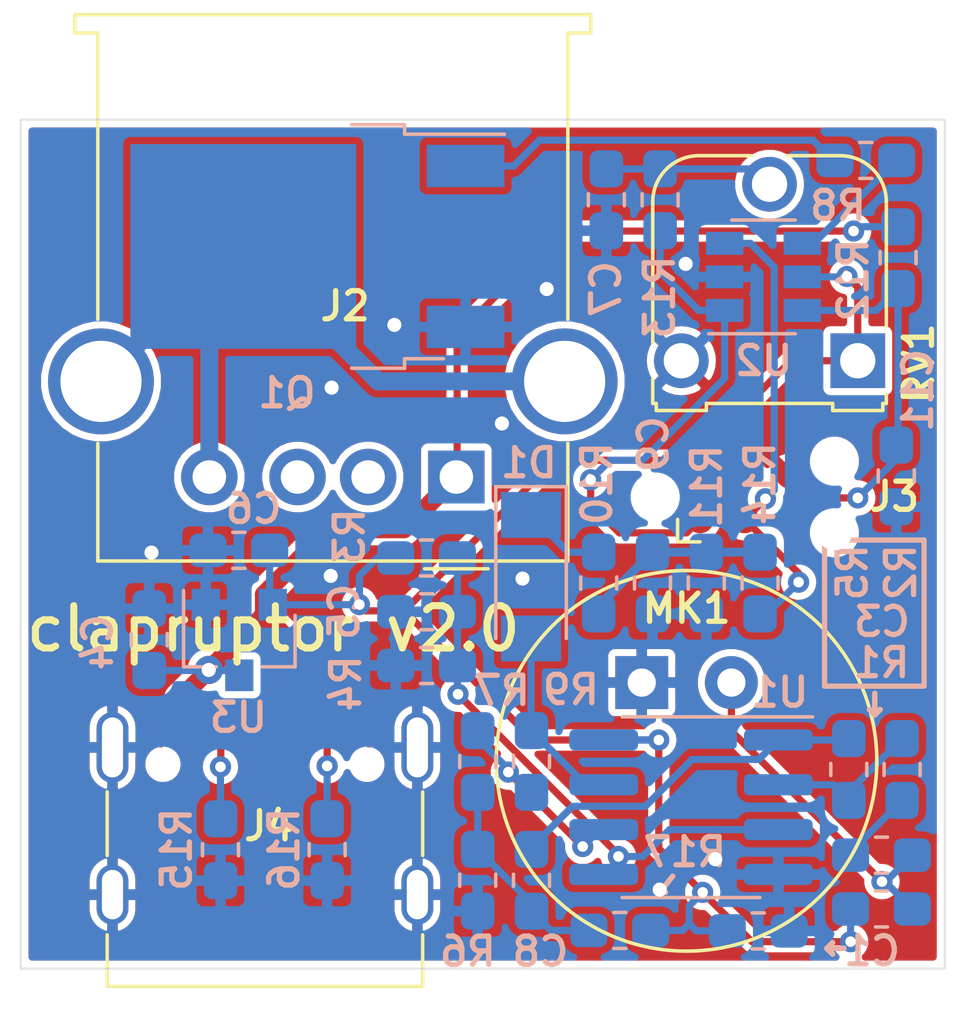
<source format=kicad_pcb>
(kicad_pcb (version 20171130) (host pcbnew "(5.1.8-0-10_14)")
  (layers (0 F.Cu signal) (31 B.Cu signal) (34 B.Paste user) (35 F.Paste user) (36 B.SilkS user) (37 F.SilkS user) (38 B.Mask user) (39 F.Mask user) (44 Edge.Cuts user))
  (net 0 "")
  (net 1 GND)
  (net 2 "Net-(C3-Pad2)")
  (net 3 "Net-(C3-Pad1)")
  (net 4 VCC)
  (net 5 Vref)
  (net 6 "Net-(C8-Pad2)")
  (net 7 "Net-(C8-Pad1)")
  (net 8 sig)
  (net 9 "Net-(D1-Pad2)")
  (net 10 "Net-(D1-Pad1)")
  (net 11 Vswitch)
  (net 12 "Net-(Q1-Pad1)")
  (net 13 "Net-(R2-Pad1)")
  (net 14 "Net-(R7-Pad1)")
  (net 15 ctrl)
  (net 16 nReset)
  (net 17 tpiclk)
  (net 18 tpidata)
  (net 19 "Net-(J2-Pad3)")
  (net 20 "Net-(J2-Pad2)")
  (net 21 "Net-(J3-Pad4)")
  (net 22 "Net-(J4-PadB5)")
  (net 23 "Net-(J4-PadB6)")
  (net 24 "Net-(J4-PadA8)")
  (net 25 "Net-(J4-PadA5)")
  (net 26 "Net-(J4-PadB8)")
  (net 27 "Net-(J4-PadA7)")
  (net 28 "Net-(J4-PadA6)")
  (net 29 "Net-(J4-PadB7)")
  (net 30 vCPU)
  (net 31 1.1v)
  (module Potentiometer_THT:Potentiometer_Runtron_RM-065_Vertical (layer F.Cu) (at 167.5638 80.01 180)
    (fp_text reference RV1 (at -1.7272 -0.0762 270) (layer F.SilkS) (effects (font (size 0.8 0.8))))
    (fp_text value 20k)
    (fp_line (start 5.81 -1.21) (end 5.81 -0.52) (layer F.SilkS) (width 0.1))
    (fp_line (start 5.71 -1.21) (end 5.81 -1.21) (layer F.SilkS) (width 0.1))
    (fp_line (start -0.81 -1.21) (end -0.81 -0.96) (layer F.SilkS) (width 0.1))
    (fp_line (start -0.71 -1.21) (end -0.81 -1.21) (layer F.SilkS) (width 0.1))
    (fp_line (start -0.71 -1.41) (end -0.71 -1.21) (layer F.SilkS) (width 0.1))
    (fp_line (start 0.71 -1.21) (end 0.71 -1.41) (layer F.SilkS) (width 0.1))
    (fp_line (start 4.5 5.81) (end 3.01 5.81) (layer F.SilkS) (width 0.1))
    (fp_line (start 5.81 0.52) (end 5.81 4.5) (layer F.SilkS) (width 0.1))
    (fp_line (start -0.81 4.5) (end -0.81 0.96) (layer F.SilkS) (width 0.1))
    (fp_line (start 1.99 5.81) (end 0.5 5.81) (layer F.SilkS) (width 0.1))
    (fp_line (start 5.71 -1.41) (end 5.71 -1.21) (layer F.SilkS) (width 0.1))
    (fp_line (start 4.29 -1.41) (end 5.71 -1.41) (layer F.SilkS) (width 0.1))
    (fp_line (start 4.29 -1.21) (end 4.29 -1.41) (layer F.SilkS) (width 0.1))
    (fp_line (start 0.71 -1.21) (end 4.29 -1.21) (layer F.SilkS) (width 0.1))
    (fp_line (start -0.71 -1.41) (end 0.71 -1.41) (layer F.SilkS) (width 0.1))
    (fp_arc (start 0.5 4.5) (end -0.81 4.5) (angle -90) (layer F.SilkS) (width 0.1))
    (fp_arc (start 4.5 4.5) (end 4.5 5.81) (angle -90) (layer F.SilkS) (width 0.1))
    (pad 2 thru_hole circle (at 2.5 5 180) (size 1.55 1.55) (drill 1) (layers *.Cu *.Mask) (net 5 Vref))
    (pad 1 thru_hole rect (at 0 0 180) (size 1.55 1.55) (drill 1) (layers *.Cu *.Mask) (net 30 vCPU))
    (pad 3 thru_hole circle (at 5 0 180) (size 1.55 1.55) (drill 1) (layers *.Cu *.Mask) (net 1 GND))
  )
  (module Resistor_SMD:R_0603_1608Metric_Pad1.05x0.95mm_HandSolder (layer B.Cu) (at 167.7924 74.3344)
    (fp_text reference R8 (at -0.7874 1.2814 180) (layer B.SilkS) (effects (font (size 0.8 0.8)) (justify mirror)))
    (fp_text value 330)
    (fp_line (start -0.171267 0.51) (end 0.171267 0.51) (layer B.SilkS) (width 0.1))
    (fp_line (start -0.171267 -0.51) (end 0.171267 -0.51) (layer B.SilkS) (width 0.1))
    (pad 2 smd roundrect (at 0.875 0) (size 1.05 0.95) (layers B.Cu B.Paste B.Mask) (net 15 ctrl))
    (pad 1 smd roundrect (at -0.875 0) (size 1.05 0.95) (layers B.Cu B.Paste B.Mask) (net 12 "Net-(Q1-Pad1)"))
  )
  (module Capacitor_SMD:C_0603_1608Metric_Pad1.05x0.95mm_HandSolder (layer B.Cu) (at 164.7431 96.1644)
    (fp_text reference C1 (at 3.2271 0.5715 180) (layer B.SilkS) (effects (font (size 0.8 0.8)) (justify mirror)))
    (fp_text value 100nF)
    (fp_line (start -0.171267 0.51) (end 0.171267 0.51) (layer B.SilkS) (width 0.1))
    (fp_line (start -0.171267 -0.51) (end 0.171267 -0.51) (layer B.SilkS) (width 0.1))
    (pad 2 smd roundrect (at 0.875 0) (size 1.05 0.95) (layers B.Cu B.Paste B.Mask) (net 1 GND))
    (pad 1 smd roundrect (at -0.875 0) (size 1.05 0.95) (layers B.Cu B.Paste B.Mask) (net 30 vCPU))
  )
  (module Resistor_SMD:R_0603_1608Metric_Pad1.05x0.95mm_HandSolder (layer B.Cu) (at 158.3182 91.3625 270)
    (fp_text reference R9 (at -2.0307 -1.1176 180) (layer B.SilkS) (effects (font (size 0.8 0.8)) (justify mirror)))
    (fp_text value 20k)
    (fp_line (start -0.171267 0.51) (end 0.171267 0.51) (layer B.SilkS) (width 0.1))
    (fp_line (start -0.171267 -0.51) (end 0.171267 -0.51) (layer B.SilkS) (width 0.1))
    (pad 2 smd roundrect (at 0.875 0 270) (size 1.05 0.95) (layers B.Cu B.Paste B.Mask) (net 14 "Net-(R7-Pad1)"))
    (pad 1 smd roundrect (at -0.875 0 270) (size 1.05 0.95) (layers B.Cu B.Paste B.Mask) (net 9 "Net-(D1-Pad2)"))
  )
  (module Package_DIP:electret_microphone_10mm (layer F.Cu) (at 162.7124 89.1286 270)
    (fp_text reference MK1 (at -2.1 0) (layer F.SilkS) (effects (font (size 0.8 0.8))))
    (fp_text value Microphone_Condenser)
    (fp_circle (center 2.216894 0) (end -0.835073 -4.445) (layer F.SilkS) (width 0.1))
    (pad 1 thru_hole rect (at 0 1.27 270) (size 1.5 1.5) (drill 0.8) (layers *.Cu *.Mask) (net 1 GND))
    (pad 2 thru_hole oval (at 0 -1.27 270) (size 1.5 1.5) (drill 0.8) (layers *.Cu *.Mask) (net 2 "Net-(C3-Pad2)"))
  )
  (module Resistor_SMD:R_0603_1608Metric_Pad1.05x0.95mm_HandSolder (layer B.Cu) (at 163.2712 86.3079 90)
    (fp_text reference R11 (at 2.7419 0.0127 270) (layer B.SilkS) (effects (font (size 0.8 0.8)) (justify mirror)))
    (fp_text value 1M)
    (fp_line (start -0.171267 0.51) (end 0.171267 0.51) (layer B.SilkS) (width 0.1))
    (fp_line (start -0.171267 -0.51) (end 0.171267 -0.51) (layer B.SilkS) (width 0.1))
    (pad 2 smd roundrect (at 0.875 0 90) (size 1.05 0.95) (layers B.Cu B.Paste B.Mask) (net 8 sig))
    (pad 1 smd roundrect (at -0.875 0 90) (size 1.05 0.95) (layers B.Cu B.Paste B.Mask) (net 1 GND))
  )
  (module Capacitor_SMD:C_0603_1608Metric_Pad1.05x0.95mm_HandSolder (layer B.Cu) (at 161.7472 86.3079 90)
    (fp_text reference C9 (at 3.9357 0.0254 90) (layer B.SilkS) (effects (font (size 0.8 0.8)) (justify mirror)))
    (fp_text value 47nF)
    (fp_line (start -0.171267 0.51) (end 0.171267 0.51) (layer B.SilkS) (width 0.1))
    (fp_line (start -0.171267 -0.51) (end 0.171267 -0.51) (layer B.SilkS) (width 0.1))
    (pad 2 smd roundrect (at 0.875 0 90) (size 1.05 0.95) (layers B.Cu B.Paste B.Mask) (net 8 sig))
    (pad 1 smd roundrect (at -0.875 0 90) (size 1.05 0.95) (layers B.Cu B.Paste B.Mask) (net 1 GND))
  )
  (module Resistor_SMD:R_0603_1608Metric_Pad1.05x0.95mm_HandSolder (layer B.Cu) (at 164.7952 86.3079 90)
    (fp_text reference R14 (at 2.8181 0 90) (layer B.SilkS) (effects (font (size 0.8 0.8)) (justify mirror)))
    (fp_text value 1k)
    (fp_line (start -0.171267 0.51) (end 0.171267 0.51) (layer B.SilkS) (width 0.1))
    (fp_line (start -0.171267 -0.51) (end 0.171267 -0.51) (layer B.SilkS) (width 0.1))
    (pad 2 smd roundrect (at 0.875 0 90) (size 1.05 0.95) (layers B.Cu B.Paste B.Mask) (net 8 sig))
    (pad 1 smd roundrect (at -0.875 0 90) (size 1.05 0.95) (layers B.Cu B.Paste B.Mask) (net 17 tpiclk))
  )
  (module Resistor_SMD:R_0603_1608Metric_Pad1.05x0.95mm_HandSolder (layer B.Cu) (at 160.8201 96.1517)
    (fp_text reference R17 (at 1.8415 -2.2225 180) (layer B.SilkS) (effects (font (size 0.8 0.8)) (justify mirror)))
    (fp_text value 1k)
    (fp_line (start -0.171267 0.51) (end 0.171267 0.51) (layer B.SilkS) (width 0.1))
    (fp_line (start -0.171267 -0.51) (end 0.171267 -0.51) (layer B.SilkS) (width 0.1))
    (pad 2 smd roundrect (at 0.875 0) (size 1.05 0.95) (layers B.Cu B.Paste B.Mask) (net 30 vCPU))
    (pad 1 smd roundrect (at -0.875 0) (size 1.05 0.95) (layers B.Cu B.Paste B.Mask) (net 7 "Net-(C8-Pad1)"))
  )
  (module Capacitor_SMD:C_0603_1608Metric_Pad1.05x0.95mm_HandSolder (layer B.Cu) (at 168.656 83.2752 270)
    (fp_text reference C11 (at -2.427 -0.6096 270) (layer B.SilkS) (effects (font (size 0.8 0.8)) (justify mirror)))
    (fp_text value 1uF)
    (fp_line (start -0.171267 0.51) (end 0.171267 0.51) (layer B.SilkS) (width 0.1))
    (fp_line (start -0.171267 -0.51) (end 0.171267 -0.51) (layer B.SilkS) (width 0.1))
    (pad 2 smd roundrect (at 0.875 0 270) (size 1.05 0.95) (layers B.Cu B.Paste B.Mask) (net 1 GND))
    (pad 1 smd roundrect (at -0.875 0 270) (size 1.05 0.95) (layers B.Cu B.Paste B.Mask) (net 16 nReset))
  )
  (module Diode_SMD:D_MiniMELF (layer B.Cu) (at 158.3055 86.1288 270)
    (fp_text reference D1 (at -3.2232 0.0635) (layer B.SilkS) (effects (font (size 0.8 0.8)) (justify mirror)))
    (fp_text value LL4148)
    (fp_line (start 1.75 1) (end -2.55 1) (layer B.SilkS) (width 0.1))
    (fp_line (start -2.55 1) (end -2.55 -1) (layer B.SilkS) (width 0.1))
    (fp_line (start -2.55 -1) (end 1.75 -1) (layer B.SilkS) (width 0.1))
    (pad 2 smd rect (at 1.75 0 270) (size 1.3 1.7) (layers B.Cu B.Paste B.Mask) (net 9 "Net-(D1-Pad2)"))
    (pad 1 smd rect (at -1.75 0 270) (size 1.3 1.7) (layers B.Cu B.Paste B.Mask) (net 10 "Net-(D1-Pad1)"))
  )
  (module Resistor_SMD:R_0603_1608Metric_Pad1.05x0.95mm_HandSolder (layer B.Cu) (at 152.527 93.8644 90)
    (fp_text reference R16 (at 0.0114 -1.2192 270) (layer B.SilkS) (effects (font (size 0.8 0.8)) (justify mirror)))
    (fp_text value 5.1k)
    (fp_line (start -0.171267 0.51) (end 0.171267 0.51) (layer B.SilkS) (width 0.1))
    (fp_line (start -0.171267 -0.51) (end 0.171267 -0.51) (layer B.SilkS) (width 0.1))
    (pad 2 smd roundrect (at 0.875 0 90) (size 1.05 0.95) (layers B.Cu B.Paste B.Mask) (net 22 "Net-(J4-PadB5)"))
    (pad 1 smd roundrect (at -0.875 0 90) (size 1.05 0.95) (layers B.Cu B.Paste B.Mask) (net 1 GND))
  )
  (module Resistor_SMD:R_0603_1608Metric_Pad1.05x0.95mm_HandSolder (layer B.Cu) (at 149.5044 93.8644 90)
    (fp_text reference R15 (at 0.0114 -1.2446 270) (layer B.SilkS) (effects (font (size 0.8 0.8)) (justify mirror)))
    (fp_text value 5.1k)
    (fp_line (start -0.171267 0.51) (end 0.171267 0.51) (layer B.SilkS) (width 0.1))
    (fp_line (start -0.171267 -0.51) (end 0.171267 -0.51) (layer B.SilkS) (width 0.1))
    (pad 2 smd roundrect (at 0.875 0 90) (size 1.05 0.95) (layers B.Cu B.Paste B.Mask) (net 25 "Net-(J4-PadA5)"))
    (pad 1 smd roundrect (at -0.875 0 90) (size 1.05 0.95) (layers B.Cu B.Paste B.Mask) (net 1 GND))
  )
  (module Connector_USB:USB_C_Receptacle_Palconn_UTC16-G (layer F.Cu) (at 150.7637 92.8957)
    (fp_text reference J4 (at 0.1123 0.2969) (layer F.SilkS) (effects (font (size 0.8 0.8))))
    (fp_text value USB_C_Receptacle_USB2.0)
    (fp_line (start 4.47 4.84) (end -4.47 4.84) (layer F.SilkS) (width 0.1))
    (fp_line (start 4.47 -0.67) (end 4.47 1.13) (layer F.SilkS) (width 0.1))
    (fp_line (start 4.47 4.84) (end 4.47 3.38) (layer F.SilkS) (width 0.1))
    (fp_line (start -4.47 4.84) (end -4.47 3.38) (layer F.SilkS) (width 0.1))
    (fp_line (start -4.47 -0.67) (end -4.47 1.13) (layer F.SilkS) (width 0.1))
    (pad A12 smd rect (at 3.2 -2.51) (size 0.6 1.16) (layers F.Cu F.Paste F.Mask) (net 1 GND))
    (pad A9 smd rect (at 2.4 -2.51) (size 0.6 1.16) (layers F.Cu F.Paste F.Mask) (net 4 VCC))
    (pad B1 smd rect (at 3.2 -2.51) (size 0.6 1.16) (layers F.Cu F.Paste F.Mask) (net 1 GND))
    (pad B4 smd rect (at 2.4 -2.51) (size 0.6 1.16) (layers F.Cu F.Paste F.Mask) (net 4 VCC))
    (pad B12 smd rect (at -3.2 -2.51) (size 0.6 1.16) (layers F.Cu F.Paste F.Mask) (net 1 GND))
    (pad A1 smd rect (at -3.2 -2.51) (size 0.6 1.16) (layers F.Cu F.Paste F.Mask) (net 1 GND))
    (pad B9 smd rect (at -2.4 -2.51) (size 0.6 1.16) (layers F.Cu F.Paste F.Mask) (net 4 VCC))
    (pad A4 smd rect (at -2.4 -2.51) (size 0.6 1.16) (layers F.Cu F.Paste F.Mask) (net 4 VCC))
    (pad "" np_thru_hole circle (at -2.89 -1.45 180) (size 0.6 0.6) (drill 0.6) (layers *.Cu *.Mask))
    (pad "" np_thru_hole circle (at 2.89 -1.45 180) (size 0.6 0.6) (drill 0.6) (layers *.Cu *.Mask))
    (pad B5 smd rect (at 1.75 -2.51 180) (size 0.3 1.16) (layers F.Cu F.Paste F.Mask) (net 22 "Net-(J4-PadB5)"))
    (pad B6 smd rect (at 0.75 -2.51 180) (size 0.3 1.16) (layers F.Cu F.Paste F.Mask) (net 23 "Net-(J4-PadB6)"))
    (pad A8 smd rect (at 1.25 -2.51 180) (size 0.3 1.16) (layers F.Cu F.Paste F.Mask) (net 24 "Net-(J4-PadA8)"))
    (pad A5 smd rect (at -1.25 -2.51 180) (size 0.3 1.16) (layers F.Cu F.Paste F.Mask) (net 25 "Net-(J4-PadA5)"))
    (pad B8 smd rect (at -1.75 -2.51 180) (size 0.3 1.16) (layers F.Cu F.Paste F.Mask) (net 26 "Net-(J4-PadB8)"))
    (pad A7 smd rect (at 0.25 -2.51 180) (size 0.3 1.16) (layers F.Cu F.Paste F.Mask) (net 27 "Net-(J4-PadA7)"))
    (pad A6 smd rect (at -0.25 -2.51 180) (size 0.3 1.16) (layers F.Cu F.Paste F.Mask) (net 28 "Net-(J4-PadA6)"))
    (pad B7 smd rect (at -0.75 -2.51 180) (size 0.3 1.16) (layers F.Cu F.Paste F.Mask) (net 29 "Net-(J4-PadB7)"))
    (pad S1 thru_hole oval (at 4.32 2.24 90) (size 1.7 0.9) (drill oval 1.4 0.6) (layers *.Cu *.Mask) (net 1 GND))
    (pad S1 thru_hole oval (at -4.32 2.24 90) (size 1.7 0.9) (drill oval 1.4 0.6) (layers *.Cu *.Mask) (net 1 GND))
    (pad S1 thru_hole oval (at 4.32 -1.93 90) (size 2 0.9) (drill oval 1.7 0.6) (layers *.Cu *.Mask) (net 1 GND))
    (pad S1 thru_hole oval (at -4.32 -1.93 90) (size 2 0.9) (drill oval 1.7 0.6) (layers *.Cu *.Mask) (net 1 GND))
  )
  (module Connector:Tag-Connect_TC2030-IDC-NL_2x03_P1.27mm_Vertical (layer F.Cu) (at 164.3634 83.8708)
    (fp_text reference J3 (at 4.2418 -0.0127) (layer F.SilkS) (effects (font (size 0.8 0.8))))
    (fp_text value AVR-TPI-6)
    (fp_line (start -1.27 1.27) (end -1.905 1.27) (layer F.SilkS) (width 0.1))
    (fp_line (start -1.905 1.27) (end -1.905 0.635) (layer F.SilkS) (width 0.1))
    (pad 6 connect circle (at 1.27 -0.635) (size 0.7874 0.7874) (layers F.Cu F.Mask) (net 1 GND))
    (pad 5 connect circle (at 1.27 0.635) (size 0.7874 0.7874) (layers F.Cu F.Mask) (net 16 nReset))
    (pad 4 connect circle (at 0 -0.635) (size 0.7874 0.7874) (layers F.Cu F.Mask) (net 21 "Net-(J3-Pad4)"))
    (pad 3 connect circle (at 0 0.635) (size 0.7874 0.7874) (layers F.Cu F.Mask) (net 17 tpiclk))
    (pad 2 connect circle (at -1.27 -0.635) (size 0.7874 0.7874) (layers F.Cu F.Mask) (net 30 vCPU))
    (pad 1 connect circle (at -1.27 0.635) (size 0.7874 0.7874) (layers F.Cu F.Mask) (net 18 tpidata))
    (pad "" np_thru_hole circle (at -2.54 0) (size 0.9906 0.9906) (drill 0.9906) (layers *.Cu *.Mask))
    (pad "" np_thru_hole circle (at 2.54 1.016) (size 0.9906 0.9906) (drill 0.9906) (layers *.Cu *.Mask))
    (pad "" np_thru_hole circle (at 2.54 -1.016) (size 0.9906 0.9906) (drill 0.9906) (layers *.Cu *.Mask))
  )
  (module Resistor_SMD:R_0603_1608Metric_Pad1.05x0.95mm_HandSolder (layer B.Cu) (at 161.9631 75.4494 90)
    (fp_text reference R13 (at -2.7572 -0.0127 90) (layer B.SilkS) (effects (font (size 0.8 0.8)) (justify mirror)))
    (fp_text value 1k)
    (fp_line (start -0.171267 0.51) (end 0.171267 0.51) (layer B.SilkS) (width 0.1))
    (fp_line (start -0.171267 -0.51) (end 0.171267 -0.51) (layer B.SilkS) (width 0.1))
    (pad 2 smd roundrect (at 0.875 0 90) (size 1.05 0.95) (layers B.Cu B.Paste B.Mask) (net 5 Vref))
    (pad 1 smd roundrect (at -0.875 0 90) (size 1.05 0.95) (layers B.Cu B.Paste B.Mask) (net 18 tpidata))
  )
  (module Resistor_SMD:R_0603_1608Metric_Pad1.05x0.95mm_HandSolder (layer B.Cu) (at 168.7068 77.089 90)
    (fp_text reference R12 (at -0.635 -1.27 270) (layer B.SilkS) (effects (font (size 0.8 0.8)) (justify mirror)))
    (fp_text value 10k)
    (fp_line (start -0.171267 0.51) (end 0.171267 0.51) (layer B.SilkS) (width 0.1))
    (fp_line (start -0.171267 -0.51) (end 0.171267 -0.51) (layer B.SilkS) (width 0.1))
    (pad 2 smd roundrect (at 0.875 0 90) (size 1.05 0.95) (layers B.Cu B.Paste B.Mask) (net 4 VCC))
    (pad 1 smd roundrect (at -0.875 0 90) (size 1.05 0.95) (layers B.Cu B.Paste B.Mask) (net 16 nReset))
  )
  (module Package_TO_SOT_SMD:SOT-23 (layer B.Cu) (at 150.0378 87.9221 270)
    (fp_text reference U3 (at 2.1971 0.0254) (layer B.SilkS) (effects (font (size 0.8 0.8)) (justify mirror)))
    (fp_text value XC6206PxxxMR)
    (fp_line (start 0.76 -1.58) (end 0.76 -0.65) (layer B.SilkS) (width 0.1))
    (fp_line (start 0.76 1.58) (end 0.76 0.65) (layer B.SilkS) (width 0.1))
    (fp_line (start 0.76 1.58) (end -1.4 1.58) (layer B.SilkS) (width 0.1))
    (fp_line (start 0.76 -1.58) (end -0.7 -1.58) (layer B.SilkS) (width 0.1))
    (pad 3 smd rect (at 1 0 270) (size 0.9 0.8) (layers B.Cu B.Paste B.Mask) (net 4 VCC))
    (pad 2 smd rect (at -1 -0.95 270) (size 0.9 0.8) (layers B.Cu B.Paste B.Mask) (net 30 vCPU))
    (pad 1 smd rect (at -1 0.95 270) (size 0.9 0.8) (layers B.Cu B.Paste B.Mask) (net 1 GND))
  )
  (module Package_TO_SOT_SMD:SOT-23-6 (layer B.Cu) (at 164.8919 77.6351)
    (fp_text reference U2 (at 0.0049 2.3749 180) (layer B.SilkS) (effects (font (size 0.8 0.8)) (justify mirror)))
    (fp_text value ATtiny10-TS)
    (fp_line (start -0.9 -1.61) (end 0.9 -1.61) (layer B.SilkS) (width 0.1))
    (fp_line (start 0.9 1.61) (end -1.55 1.61) (layer B.SilkS) (width 0.1))
    (pad 5 smd rect (at 1.1 0) (size 1.06 0.65) (layers B.Cu B.Paste B.Mask) (net 30 vCPU))
    (pad 6 smd rect (at 1.1 0.95) (size 1.06 0.65) (layers B.Cu B.Paste B.Mask) (net 16 nReset))
    (pad 4 smd rect (at 1.1 -0.95) (size 1.06 0.65) (layers B.Cu B.Paste B.Mask) (net 15 ctrl))
    (pad 3 smd rect (at -1.1 -0.95) (size 1.06 0.65) (layers B.Cu B.Paste B.Mask) (net 17 tpiclk))
    (pad 2 smd rect (at -1.1 0) (size 1.06 0.65) (layers B.Cu B.Paste B.Mask) (net 1 GND))
    (pad 1 smd rect (at -1.1 0.95) (size 1.06 0.65) (layers B.Cu B.Paste B.Mask) (net 18 tpidata))
  )
  (module Package_SO:SOIC-8_3.9x4.9mm_P1.27mm (layer B.Cu) (at 162.8379 92.6592 180)
    (fp_text reference U1 (at -2.5161 3.2512) (layer B.SilkS) (effects (font (size 0.8 0.8)) (justify mirror)))
    (fp_text value LM358)
    (fp_line (start 0 -2.56) (end 1.95 -2.56) (layer B.SilkS) (width 0.1))
    (fp_line (start 0 -2.56) (end -1.95 -2.56) (layer B.SilkS) (width 0.1))
    (fp_line (start 0 2.56) (end 1.95 2.56) (layer B.SilkS) (width 0.1))
    (fp_line (start 0 2.56) (end -3.45 2.56) (layer B.SilkS) (width 0.1))
    (pad 8 smd roundrect (at 2.475 1.905 180) (size 1.95 0.6) (layers B.Cu B.Paste B.Mask) (net 30 vCPU))
    (pad 7 smd roundrect (at 2.475 0.635 180) (size 1.95 0.6) (layers B.Cu B.Paste B.Mask) (net 9 "Net-(D1-Pad2)"))
    (pad 6 smd roundrect (at 2.475 -0.635 180) (size 1.95 0.6) (layers B.Cu B.Paste B.Mask) (net 14 "Net-(R7-Pad1)"))
    (pad 5 smd roundrect (at 2.475 -1.905 180) (size 1.95 0.6) (layers B.Cu B.Paste B.Mask) (net 31 1.1v))
    (pad 4 smd roundrect (at -2.475 -1.905 180) (size 1.95 0.6) (layers B.Cu B.Paste B.Mask) (net 1 GND))
    (pad 3 smd roundrect (at -2.475 -0.635 180) (size 1.95 0.6) (layers B.Cu B.Paste B.Mask) (net 31 1.1v))
    (pad 2 smd roundrect (at -2.475 0.635 180) (size 1.95 0.6) (layers B.Cu B.Paste B.Mask) (net 13 "Net-(R2-Pad1)"))
    (pad 1 smd roundrect (at -2.475 1.905 180) (size 1.95 0.6) (layers B.Cu B.Paste B.Mask) (net 6 "Net-(C8-Pad2)"))
  )
  (module Resistor_SMD:R_0603_1608Metric_Pad1.05x0.95mm_HandSolder (layer B.Cu) (at 160.2232 86.3079 90)
    (fp_text reference R10 (at 2.8181 -0.0508 90) (layer B.SilkS) (effects (font (size 0.8 0.8)) (justify mirror)))
    (fp_text value 5.1k)
    (fp_line (start -0.171267 0.51) (end 0.171267 0.51) (layer B.SilkS) (width 0.1))
    (fp_line (start -0.171267 -0.51) (end 0.171267 -0.51) (layer B.SilkS) (width 0.1))
    (pad 2 smd roundrect (at 0.875 0 90) (size 1.05 0.95) (layers B.Cu B.Paste B.Mask) (net 10 "Net-(D1-Pad1)"))
    (pad 1 smd roundrect (at -0.875 0 90) (size 1.05 0.95) (layers B.Cu B.Paste B.Mask) (net 8 sig))
  )
  (module Resistor_SMD:R_0603_1608Metric_Pad1.05x0.95mm_HandSolder (layer B.Cu) (at 156.7942 91.3651 270)
    (fp_text reference R7 (at -2.0079 -0.6858) (layer B.SilkS) (effects (font (size 0.8 0.8)) (justify mirror)))
    (fp_text value 10k)
    (fp_line (start -0.171267 0.51) (end 0.171267 0.51) (layer B.SilkS) (width 0.1))
    (fp_line (start -0.171267 -0.51) (end 0.171267 -0.51) (layer B.SilkS) (width 0.1))
    (pad 2 smd roundrect (at 0.875 0 270) (size 1.05 0.95) (layers B.Cu B.Paste B.Mask) (net 7 "Net-(C8-Pad1)"))
    (pad 1 smd roundrect (at -0.875 0 270) (size 1.05 0.95) (layers B.Cu B.Paste B.Mask) (net 14 "Net-(R7-Pad1)"))
  )
  (module Resistor_SMD:R_0603_1608Metric_Pad1.05x0.95mm_HandSolder (layer B.Cu) (at 156.7942 94.728 90)
    (fp_text reference R6 (at -2.0206 -0.2794) (layer B.SilkS) (effects (font (size 0.8 0.8)) (justify mirror)))
    (fp_text value 510)
    (fp_line (start -0.171267 0.51) (end 0.171267 0.51) (layer B.SilkS) (width 0.1))
    (fp_line (start -0.171267 -0.51) (end 0.171267 -0.51) (layer B.SilkS) (width 0.1))
    (pad 2 smd roundrect (at 0.875 0 90) (size 1.05 0.95) (layers B.Cu B.Paste B.Mask) (net 7 "Net-(C8-Pad1)"))
    (pad 1 smd roundrect (at -0.875 0 90) (size 1.05 0.95) (layers B.Cu B.Paste B.Mask) (net 1 GND))
  )
  (module Resistor_SMD:R_0603_1608Metric_Pad1.05x0.95mm_HandSolder (layer B.Cu) (at 167.3098 91.5911 270)
    (fp_text reference R5 (at -5.5867 -0.1016 90) (layer B.SilkS) (effects (font (size 0.8 0.8)) (justify mirror)))
    (fp_text value 470k)
    (fp_line (start -0.171267 0.51) (end 0.171267 0.51) (layer B.SilkS) (width 0.1))
    (fp_line (start -0.171267 -0.51) (end 0.171267 -0.51) (layer B.SilkS) (width 0.1))
    (pad 2 smd roundrect (at 0.875 0 270) (size 1.05 0.95) (layers B.Cu B.Paste B.Mask) (net 13 "Net-(R2-Pad1)"))
    (pad 1 smd roundrect (at -0.875 0 270) (size 1.05 0.95) (layers B.Cu B.Paste B.Mask) (net 6 "Net-(C8-Pad2)"))
  )
  (module Resistor_SMD:R_0603_1608Metric_Pad1.05x0.95mm_HandSolder (layer B.Cu) (at 155.34516 88.646)
    (fp_text reference R4 (at -2.28476 0.508 90) (layer B.SilkS) (effects (font (size 0.8 0.8)) (justify mirror)))
    (fp_text value 10k)
    (fp_line (start -0.171267 0.51) (end 0.171267 0.51) (layer B.SilkS) (width 0.1))
    (fp_line (start -0.171267 -0.51) (end 0.171267 -0.51) (layer B.SilkS) (width 0.1))
    (pad 2 smd roundrect (at 0.875 0) (size 1.05 0.95) (layers B.Cu B.Paste B.Mask) (net 31 1.1v))
    (pad 1 smd roundrect (at -0.875 0) (size 1.05 0.95) (layers B.Cu B.Paste B.Mask) (net 1 GND))
  )
  (module Resistor_SMD:R_0603_1608Metric_Pad1.05x0.95mm_HandSolder (layer B.Cu) (at 155.34516 85.598 180)
    (fp_text reference R3 (at 2.18316 0.6096 90) (layer B.SilkS) (effects (font (size 0.8 0.8)) (justify mirror)))
    (fp_text value 20k)
    (fp_line (start -0.171267 0.51) (end 0.171267 0.51) (layer B.SilkS) (width 0.1))
    (fp_line (start -0.171267 -0.51) (end 0.171267 -0.51) (layer B.SilkS) (width 0.1))
    (pad 2 smd roundrect (at 0.875 0 180) (size 1.05 0.95) (layers B.Cu B.Paste B.Mask) (net 30 vCPU))
    (pad 1 smd roundrect (at -0.875 0 180) (size 1.05 0.95) (layers B.Cu B.Paste B.Mask) (net 31 1.1v))
  )
  (module Resistor_SMD:R_0603_1608Metric_Pad1.05x0.95mm_HandSolder (layer B.Cu) (at 168.8211 91.5911 270)
    (fp_text reference R2 (at -5.5867 0.0381 270) (layer B.SilkS) (effects (font (size 0.8 0.8)) (justify mirror)))
    (fp_text value 10k)
    (fp_line (start -0.171267 0.51) (end 0.171267 0.51) (layer B.SilkS) (width 0.1))
    (fp_line (start -0.171267 -0.51) (end 0.171267 -0.51) (layer B.SilkS) (width 0.1))
    (pad 2 smd roundrect (at 0.875 0 270) (size 1.05 0.95) (layers B.Cu B.Paste B.Mask) (net 3 "Net-(C3-Pad1)"))
    (pad 1 smd roundrect (at -0.875 0 270) (size 1.05 0.95) (layers B.Cu B.Paste B.Mask) (net 13 "Net-(R2-Pad1)"))
  )
  (module Resistor_SMD:R_0603_1608Metric_Pad1.05x0.95mm_HandSolder (layer B.Cu) (at 168.2356 95.5421)
    (fp_text reference R1 (at 0 -6.9723) (layer B.SilkS) (effects (font (size 0.8 0.8)) (justify mirror)))
    (fp_text value 2.2k)
    (fp_line (start -0.171267 0.51) (end 0.171267 0.51) (layer B.SilkS) (width 0.1))
    (fp_line (start -0.171267 -0.51) (end 0.171267 -0.51) (layer B.SilkS) (width 0.1))
    (pad 2 smd roundrect (at 0.875 0) (size 1.05 0.95) (layers B.Cu B.Paste B.Mask) (net 2 "Net-(C3-Pad2)"))
    (pad 1 smd roundrect (at -0.875 0) (size 1.05 0.95) (layers B.Cu B.Paste B.Mask) (net 30 vCPU))
  )
  (module Package_TO_SOT_SMD:TO-252-2 (layer B.Cu) (at 152.2507 76.7725 180)
    (fp_text reference Q1 (at 0.8667 -4.1519 180) (layer B.SilkS) (effects (font (size 0.8 0.8)) (justify mirror)))
    (fp_text value QM6006D)
    (fp_line (start -0.97 3.45) (end -2.47 3.45) (layer B.SilkS) (width 0.1))
    (fp_line (start -2.47 3.45) (end -2.47 3.18) (layer B.SilkS) (width 0.1))
    (fp_line (start -2.47 3.18) (end -5.3 3.18) (layer B.SilkS) (width 0.1))
    (fp_line (start -0.97 -3.45) (end -2.47 -3.45) (layer B.SilkS) (width 0.1))
    (fp_line (start -2.47 -3.45) (end -2.47 -3.18) (layer B.SilkS) (width 0.1))
    (fp_line (start -2.47 -3.18) (end -3.57 -3.18) (layer B.SilkS) (width 0.1))
    (pad 2 smd rect (at 2.1 0 180) (size 6.4 5.8) (layers B.Cu B.Mask) (net 11 Vswitch))
    (pad 3 smd rect (at -4.2 -2.28 180) (size 2.2 1.2) (layers B.Cu B.Paste B.Mask) (net 1 GND))
    (pad 1 smd rect (at -4.2 2.28 180) (size 2.2 1.2) (layers B.Cu B.Paste B.Mask) (net 12 "Net-(Q1-Pad1)"))
  )
  (module Connector_USB:USB_A_Molex_67643_Horizontal (layer F.Cu) (at 156.188 83.3042 180)
    (fp_text reference J2 (at 3.153 4.8436) (layer F.SilkS) (effects (font (size 0.8 0.8))))
    (fp_text value USB_A)
    (fp_line (start -3.16 12.58) (end -3.16 4.47) (layer F.SilkS) (width 0.1))
    (fp_line (start -3.16 12.58) (end -3.81 12.58) (layer F.SilkS) (width 0.1))
    (fp_line (start -3.16 -2.38) (end 10.16 -2.38) (layer F.SilkS) (width 0.1))
    (fp_line (start -3.16 -2.38) (end -3.16 0.95) (layer F.SilkS) (width 0.1))
    (fp_line (start 10.16 -2.38) (end 10.16 0.95) (layer F.SilkS) (width 0.1))
    (fp_line (start 10.81 13.1) (end 10.81 12.58) (layer F.SilkS) (width 0.1))
    (fp_line (start -3.81 13.1) (end 10.81 13.1) (layer F.SilkS) (width 0.1))
    (fp_line (start 10.16 4.47) (end 10.16 12.58) (layer F.SilkS) (width 0.1))
    (fp_line (start -3.81 12.58) (end -3.81 13.1) (layer F.SilkS) (width 0.1))
    (fp_line (start 10.81 12.58) (end 10.16 12.58) (layer F.SilkS) (width 0.1))
    (fp_line (start -0.9 -2.6) (end 0.9 -2.6) (layer F.SilkS) (width 0.1))
    (pad 4 thru_hole circle (at 7 0 180) (size 1.6 1.6) (drill 0.95) (layers *.Cu *.Mask) (net 11 Vswitch))
    (pad 3 thru_hole circle (at 4.5 0 180) (size 1.6 1.6) (drill 0.95) (layers *.Cu *.Mask) (net 19 "Net-(J2-Pad3)"))
    (pad 2 thru_hole circle (at 2.5 0 180) (size 1.6 1.6) (drill 0.95) (layers *.Cu *.Mask) (net 20 "Net-(J2-Pad2)"))
    (pad 1 thru_hole rect (at 0 0 180) (size 1.6 1.5) (drill 0.95) (layers *.Cu *.Mask) (net 4 VCC))
    (pad 5 thru_hole circle (at 10.07 2.71 180) (size 3 3) (drill 2.3) (layers *.Cu *.Mask) (net 11 Vswitch))
    (pad 5 thru_hole circle (at -3.07 2.71 180) (size 3 3) (drill 2.3) (layers *.Cu *.Mask) (net 11 Vswitch))
  )
  (module Capacitor_SMD:C_0603_1608Metric_Pad1.05x0.95mm_HandSolder (layer B.Cu) (at 158.3182 94.7306 90)
    (fp_text reference C8 (at -2.018 0.254) (layer B.SilkS) (effects (font (size 0.8 0.8)) (justify mirror)))
    (fp_text value 100nF)
    (fp_line (start -0.171267 0.51) (end 0.171267 0.51) (layer B.SilkS) (width 0.1))
    (fp_line (start -0.171267 -0.51) (end 0.171267 -0.51) (layer B.SilkS) (width 0.1))
    (pad 2 smd roundrect (at 0.875 0 90) (size 1.05 0.95) (layers B.Cu B.Paste B.Mask) (net 6 "Net-(C8-Pad2)"))
    (pad 1 smd roundrect (at -0.875 0 90) (size 1.05 0.95) (layers B.Cu B.Paste B.Mask) (net 7 "Net-(C8-Pad1)"))
  )
  (module Capacitor_SMD:C_0603_1608Metric_Pad1.05x0.95mm_HandSolder (layer B.Cu) (at 160.4391 75.4494 90)
    (fp_text reference C7 (at -2.5286 -0.0127 90) (layer B.SilkS) (effects (font (size 0.8 0.8)) (justify mirror)))
    (fp_text value 1nF)
    (fp_line (start -0.171267 0.51) (end 0.171267 0.51) (layer B.SilkS) (width 0.1))
    (fp_line (start -0.171267 -0.51) (end 0.171267 -0.51) (layer B.SilkS) (width 0.1))
    (pad 2 smd roundrect (at 0.875 0 90) (size 1.05 0.95) (layers B.Cu B.Paste B.Mask) (net 5 Vref))
    (pad 1 smd roundrect (at -0.875 0 90) (size 1.05 0.95) (layers B.Cu B.Paste B.Mask) (net 1 GND))
  )
  (module Capacitor_SMD:C_0603_1608Metric_Pad1.05x0.95mm_HandSolder (layer B.Cu) (at 150.0238 85.3821 180)
    (fp_text reference C6 (at -0.4204 1.1811 180) (layer B.SilkS) (effects (font (size 0.8 0.8)) (justify mirror)))
    (fp_text value 1uF)
    (fp_line (start -0.171267 0.51) (end 0.171267 0.51) (layer B.SilkS) (width 0.1))
    (fp_line (start -0.171267 -0.51) (end 0.171267 -0.51) (layer B.SilkS) (width 0.1))
    (pad 2 smd roundrect (at 0.875 0 180) (size 1.05 0.95) (layers B.Cu B.Paste B.Mask) (net 1 GND))
    (pad 1 smd roundrect (at -0.875 0 180) (size 1.05 0.95) (layers B.Cu B.Paste B.Mask) (net 30 vCPU))
  )
  (module Capacitor_SMD:C_0603_1608Metric_Pad1.05x0.95mm_HandSolder (layer B.Cu) (at 155.34516 87.122)
    (fp_text reference C5 (at -2.33556 0 90) (layer B.SilkS) (effects (font (size 0.8 0.8)) (justify mirror)))
    (fp_text value 1uF)
    (fp_line (start -0.171267 0.51) (end 0.171267 0.51) (layer B.SilkS) (width 0.1))
    (fp_line (start -0.171267 -0.51) (end 0.171267 -0.51) (layer B.SilkS) (width 0.1))
    (pad 2 smd roundrect (at 0.875 0) (size 1.05 0.95) (layers B.Cu B.Paste B.Mask) (net 31 1.1v))
    (pad 1 smd roundrect (at -0.875 0) (size 1.05 0.95) (layers B.Cu B.Paste B.Mask) (net 1 GND))
  )
  (module Capacitor_SMD:C_0603_1608Metric_Pad1.05x0.95mm_HandSolder (layer B.Cu) (at 147.4851 87.9107 90)
    (fp_text reference C4 (at -0.0749 -1.4605 -90) (layer B.SilkS) (effects (font (size 0.8 0.8)) (justify mirror)))
    (fp_text value 1uF)
    (fp_line (start -0.171267 0.51) (end 0.171267 0.51) (layer B.SilkS) (width 0.1))
    (fp_line (start -0.171267 -0.51) (end 0.171267 -0.51) (layer B.SilkS) (width 0.1))
    (pad 2 smd roundrect (at 0.875 0 90) (size 1.05 0.95) (layers B.Cu B.Paste B.Mask) (net 1 GND))
    (pad 1 smd roundrect (at -0.875 0 90) (size 1.05 0.95) (layers B.Cu B.Paste B.Mask) (net 4 VCC))
  )
  (module Capacitor_SMD:C_0603_1608Metric_Pad1.05x0.95mm_HandSolder (layer B.Cu) (at 168.2356 94.0181)
    (fp_text reference C3 (at 0.014 -6.6167) (layer B.SilkS) (effects (font (size 0.8 0.8)) (justify mirror)))
    (fp_text value 4.7uF)
    (fp_line (start -0.171267 0.51) (end 0.171267 0.51) (layer B.SilkS) (width 0.1))
    (fp_line (start -0.171267 -0.51) (end 0.171267 -0.51) (layer B.SilkS) (width 0.1))
    (pad 2 smd roundrect (at 0.875 0) (size 1.05 0.95) (layers B.Cu B.Paste B.Mask) (net 2 "Net-(C3-Pad2)"))
    (pad 1 smd roundrect (at -0.875 0) (size 1.05 0.95) (layers B.Cu B.Paste B.Mask) (net 3 "Net-(C3-Pad1)"))
  )
  (gr_text "clapruptor v2.0" (at 151.003 87.6046) (layer F.SilkS) (effects (font (size 1.2 1.2) (thickness 0.2))))
  (gr_line (start 166.6875 96.6597) (end 166.8526 96.8248) (layer B.SilkS) (width 0.155))
  (gr_line (start 166.6875 96.6597) (end 166.8526 96.4946) (layer B.SilkS) (width 0.155))
  (gr_line (start 167.1701 96.6597) (end 166.6875 96.6597) (layer B.SilkS) (width 0.155))
  (gr_line (start 161.9504 95.0722) (end 162.1155 95.0722) (layer B.SilkS) (width 0.155))
  (gr_line (start 161.9504 95.0722) (end 161.9123 94.869) (layer B.SilkS) (width 0.155))
  (gr_line (start 162.3187 94.615) (end 161.9504 95.0722) (layer B.SilkS) (width 0.155))
  (gr_line (start 168.0464 90.043) (end 168.1988 89.8906) (layer B.SilkS) (width 0.155))
  (gr_line (start 168.0464 90.043) (end 167.894 89.8906) (layer B.SilkS) (width 0.155))
  (gr_line (start 168.0464 89.4334) (end 168.0464 90.043) (layer B.SilkS) (width 0.155))
  (gr_line (start 166.624 89.2302) (end 166.624 85.09) (layer B.SilkS) (width 0.15))
  (gr_line (start 169.4434 89.2302) (end 166.624 89.2302) (layer B.SilkS) (width 0.15))
  (gr_line (start 169.4434 85.09) (end 169.4434 89.2302) (layer B.SilkS) (width 0.15))
  (gr_line (start 166.624 85.09) (end 169.4434 85.09) (layer B.SilkS) (width 0.15))
  (gr_line (start 170.0276 73.1774) (end 170.0276 97.2312) (layer Edge.Cuts) (width 0.05))
  (gr_line (start 143.8402 73.1774) (end 170.0276 73.1774) (layer Edge.Cuts) (width 0.05))
  (gr_line (start 143.8402 97.2312) (end 143.8402 73.1774) (layer Edge.Cuts) (width 0.05))
  (gr_line (start 170.0276 97.2312) (end 143.8402 97.2312) (layer Edge.Cuts) (width 0.05))
  (segment (start 148.926 87.0839) (end 149.0878 86.9221) (width 0.2032) (layer B.Cu) (net 1))
  (via (at 154.432 78.994) (size 0.8) (drill 0.4) (layers F.Cu B.Cu) (net 1))
  (via (at 152.654 80.772) (size 0.8) (drill 0.4) (layers F.Cu B.Cu) (net 1))
  (via (at 157.48 81.788) (size 0.8) (drill 0.4) (layers F.Cu B.Cu) (net 1))
  (via (at 158.75 77.978) (size 0.8) (drill 0.4) (layers F.Cu B.Cu) (net 1))
  (via (at 162.687 77.2668) (size 0.8) (drill 0.4) (layers F.Cu B.Cu) (net 1))
  (via (at 152.6286 86.106) (size 0.8) (drill 0.4) (layers F.Cu B.Cu) (net 1))
  (via (at 163.5252 94.1324) (size 0.8) (drill 0.4) (layers F.Cu B.Cu) (net 1))
  (via (at 147.5486 85.4456) (size 0.8) (drill 0.4) (layers F.Cu B.Cu) (net 1))
  (via (at 161.9504 94.996) (size 0.8) (drill 0.4) (layers F.Cu B.Cu) (net 1))
  (via (at 158.0642 86.1822) (size 0.8) (drill 0.4) (layers F.Cu B.Cu) (net 1))
  (via (at 168.2496 94.7674) (size 0.6) (drill 0.3) (layers F.Cu B.Cu) (net 2))
  (segment (start 168.3613 94.7674) (end 169.1106 94.0181) (width 0.2032) (layer B.Cu) (net 2))
  (segment (start 168.2496 94.7674) (end 168.3613 94.7674) (width 0.2032) (layer B.Cu) (net 2))
  (segment (start 168.3359 94.7674) (end 169.1106 95.5421) (width 0.2032) (layer B.Cu) (net 2))
  (segment (start 168.2496 94.7674) (end 168.3359 94.7674) (width 0.2032) (layer B.Cu) (net 2))
  (segment (start 163.9824 90.5002) (end 168.2496 94.7674) (width 0.2032) (layer F.Cu) (net 2))
  (segment (start 163.9824 89.1286) (end 163.9824 90.5002) (width 0.2032) (layer F.Cu) (net 2))
  (segment (start 167.3606 93.9266) (end 168.8211 92.4661) (width 0.2032) (layer B.Cu) (net 3))
  (segment (start 167.3606 94.0181) (end 167.3606 93.9266) (width 0.2032) (layer B.Cu) (net 3))
  (segment (start 149.9496 88.8339) (end 150.0378 88.9221) (width 0.2032) (layer B.Cu) (net 4))
  (segment (start 149.9014 88.7857) (end 150.0378 88.9221) (width 0.2032) (layer B.Cu) (net 4))
  (segment (start 148.8059 88.7857) (end 149.9014 88.7857) (width 0.2032) (layer B.Cu) (net 4))
  (segment (start 147.4851 88.7857) (end 148.8059 88.7857) (width 0.2032) (layer B.Cu) (net 4))
  (via (at 167.445841 76.336041) (size 0.6) (drill 0.3) (layers F.Cu B.Cu) (net 4))
  (segment (start 167.567882 76.214) (end 167.445841 76.336041) (width 0.2032) (layer B.Cu) (net 4))
  (segment (start 168.7068 76.214) (end 167.567882 76.214) (width 0.2032) (layer B.Cu) (net 4))
  (segment (start 156.21 79.2734) (end 156.21 83.2822) (width 0.2032) (layer F.Cu) (net 4))
  (segment (start 156.21 83.2822) (end 156.188 83.3042) (width 0.2032) (layer F.Cu) (net 4))
  (segment (start 159.147359 76.336041) (end 156.21 79.2734) (width 0.2032) (layer F.Cu) (net 4))
  (segment (start 167.445841 76.336041) (end 159.147359 76.336041) (width 0.2032) (layer F.Cu) (net 4))
  (segment (start 150.477298 87.4649) (end 149.171699 88.770499) (width 0.508) (layer F.Cu) (net 4))
  (segment (start 148.3637 89.578498) (end 148.3637 90.3857) (width 0.508) (layer F.Cu) (net 4))
  (segment (start 149.171699 88.770499) (end 148.3637 89.578498) (width 0.508) (layer F.Cu) (net 4))
  (via (at 149.171699 88.770499) (size 0.8) (drill 0.4) (layers F.Cu B.Cu) (net 4))
  (segment (start 150.733799 87.208399) (end 150.477298 87.4649) (width 0.508) (layer F.Cu) (net 4))
  (segment (start 153.1637 89.6383) (end 150.733799 87.208399) (width 0.508) (layer F.Cu) (net 4))
  (segment (start 153.1637 90.3857) (end 153.1637 89.6383) (width 0.508) (layer F.Cu) (net 4))
  (segment (start 152.5778 84.7852) (end 150.733799 86.629201) (width 0.508) (layer F.Cu) (net 4))
  (segment (start 150.733799 86.629201) (end 150.733799 87.208399) (width 0.508) (layer F.Cu) (net 4))
  (segment (start 154.707 84.7852) (end 152.5778 84.7852) (width 0.508) (layer F.Cu) (net 4))
  (segment (start 156.188 83.3042) (end 154.707 84.7852) (width 0.508) (layer F.Cu) (net 4))
  (segment (start 161.9631 74.5744) (end 160.4391 74.5744) (width 0.2032) (layer B.Cu) (net 5))
  (segment (start 164.6282 74.5744) (end 161.9631 74.5744) (width 0.2032) (layer B.Cu) (net 5))
  (segment (start 165.0638 75.01) (end 164.6282 74.5744) (width 0.2032) (layer B.Cu) (net 5))
  (segment (start 167.2717 90.7542) (end 167.3098 90.7161) (width 0.2032) (layer B.Cu) (net 6))
  (segment (start 165.3129 90.7542) (end 167.2717 90.7542) (width 0.2032) (layer B.Cu) (net 6))
  (segment (start 159.480336 92.6338) (end 158.3182 93.795936) (width 0.2032) (layer B.Cu) (net 6))
  (segment (start 165.3129 90.7542) (end 164.761299 91.305801) (width 0.2032) (layer B.Cu) (net 6))
  (segment (start 162.871999 91.305801) (end 161.544 92.6338) (width 0.2032) (layer B.Cu) (net 6))
  (segment (start 158.3182 93.795936) (end 158.3182 93.8556) (width 0.2032) (layer B.Cu) (net 6))
  (segment (start 161.544 92.6338) (end 159.480336 92.6338) (width 0.2032) (layer B.Cu) (net 6))
  (segment (start 164.761299 91.305801) (end 162.871999 91.305801) (width 0.2032) (layer B.Cu) (net 6))
  (segment (start 156.7942 92.2401) (end 156.7942 93.853) (width 0.2032) (layer B.Cu) (net 7))
  (segment (start 158.3182 95.377) (end 156.7942 93.853) (width 0.2032) (layer B.Cu) (net 7))
  (segment (start 158.3182 95.6056) (end 158.3182 95.377) (width 0.2032) (layer B.Cu) (net 7))
  (segment (start 158.8643 96.1517) (end 158.3182 95.6056) (width 0.2032) (layer B.Cu) (net 7))
  (segment (start 159.9451 96.1517) (end 158.8643 96.1517) (width 0.2032) (layer B.Cu) (net 7))
  (segment (start 164.7952 85.4329) (end 163.3601 85.4329) (width 0.25) (layer B.Cu) (net 8))
  (segment (start 163.3601 85.4329) (end 161.7472 85.4329) (width 0.25) (layer B.Cu) (net 8))
  (segment (start 160.2232 86.9569) (end 161.7472 85.4329) (width 0.25) (layer B.Cu) (net 8))
  (segment (start 160.2232 87.1829) (end 160.2232 86.9569) (width 0.25) (layer B.Cu) (net 8))
  (segment (start 159.8549 92.0242) (end 158.3182 90.4875) (width 0.2032) (layer B.Cu) (net 9))
  (segment (start 160.3629 92.0242) (end 159.8549 92.0242) (width 0.2032) (layer B.Cu) (net 9))
  (segment (start 158.3055 90.4748) (end 158.3182 90.4875) (width 0.2032) (layer B.Cu) (net 9))
  (segment (start 158.3055 87.8788) (end 158.3055 90.4748) (width 0.2032) (layer B.Cu) (net 9))
  (segment (start 159.3596 85.4329) (end 158.3055 84.3788) (width 0.2032) (layer B.Cu) (net 10))
  (segment (start 160.2232 85.4329) (end 159.3596 85.4329) (width 0.2032) (layer B.Cu) (net 10))
  (segment (start 149.9397 76.7725) (end 150.1507 76.7725) (width 0.508) (layer B.Cu) (net 11))
  (segment (start 146.118 80.5942) (end 149.9397 76.7725) (width 0.508) (layer B.Cu) (net 11))
  (segment (start 153.9724 80.5942) (end 150.1507 76.7725) (width 0.508) (layer B.Cu) (net 11))
  (segment (start 159.258 80.5942) (end 153.9724 80.5942) (width 0.508) (layer B.Cu) (net 11))
  (segment (start 149.188 77.7352) (end 150.1507 76.7725) (width 0.508) (layer B.Cu) (net 11))
  (segment (start 149.188 83.3042) (end 149.188 77.7352) (width 0.508) (layer B.Cu) (net 11))
  (segment (start 158.5411 73.7616) (end 157.8102 74.4925) (width 0.2032) (layer B.Cu) (net 12))
  (segment (start 166.2938 73.7616) (end 158.5411 73.7616) (width 0.2032) (layer B.Cu) (net 12))
  (segment (start 166.8666 74.3344) (end 166.2938 73.7616) (width 0.2032) (layer B.Cu) (net 12))
  (segment (start 166.9174 74.3344) (end 166.8666 74.3344) (width 0.2032) (layer B.Cu) (net 12))
  (segment (start 156.4507 74.4925) (end 157.8102 74.4925) (width 0.2032) (layer B.Cu) (net 12))
  (segment (start 167.3098 92.2274) (end 168.8211 90.7161) (width 0.2032) (layer B.Cu) (net 13))
  (segment (start 167.3098 92.4661) (end 167.3098 92.2274) (width 0.2032) (layer B.Cu) (net 13))
  (segment (start 166.8679 92.0242) (end 167.3098 92.4661) (width 0.2032) (layer B.Cu) (net 13))
  (segment (start 165.3129 92.0242) (end 166.8679 92.0242) (width 0.2032) (layer B.Cu) (net 13))
  (segment (start 156.7942 90.7135) (end 158.3182 92.2375) (width 0.2032) (layer B.Cu) (net 14))
  (segment (start 156.7942 90.4901) (end 156.7942 90.7135) (width 0.2032) (layer B.Cu) (net 14))
  (segment (start 160.3629 93.2942) (end 160.2486 93.2942) (width 0.2032) (layer B.Cu) (net 14))
  (via (at 157.661459 91.664941) (size 0.6) (drill 0.3) (layers F.Cu B.Cu) (net 14))
  (segment (start 159.769659 93.773141) (end 157.661459 91.664941) (width 0.2032) (layer F.Cu) (net 14))
  (via (at 159.769659 93.773141) (size 0.6) (drill 0.3) (layers F.Cu B.Cu) (net 14))
  (segment (start 160.2486 93.2942) (end 159.769659 93.773141) (width 0.2032) (layer B.Cu) (net 14))
  (segment (start 166.3167 76.6851) (end 168.6674 74.3344) (width 0.2032) (layer B.Cu) (net 15))
  (segment (start 165.9919 76.6851) (end 166.3167 76.6851) (width 0.2032) (layer B.Cu) (net 15))
  (segment (start 168.0857 78.5851) (end 165.9919 78.5851) (width 0.2032) (layer B.Cu) (net 16))
  (segment (start 168.7068 77.964) (end 168.0857 78.5851) (width 0.2032) (layer B.Cu) (net 16))
  (via (at 167.5638 83.8962) (size 0.6) (drill 0.3) (layers F.Cu B.Cu) (net 16))
  (segment (start 168.7068 82.7532) (end 167.5638 83.8962) (width 0.2032) (layer B.Cu) (net 16))
  (segment (start 165.6334 84.5058) (end 166.243 83.8962) (width 0.2032) (layer F.Cu) (net 16))
  (segment (start 166.243 83.8962) (end 167.5638 83.8962) (width 0.2032) (layer F.Cu) (net 16))
  (segment (start 168.7068 77.964) (end 168.7068 82.7532) (width 0.2032) (layer B.Cu) (net 16))
  (via (at 164.9476 83.9216) (size 0.6) (drill 0.3) (layers F.Cu B.Cu) (net 17))
  (segment (start 165.196799 77.356799) (end 165.196799 83.672401) (width 0.2032) (layer B.Cu) (net 17))
  (segment (start 163.7919 76.6851) (end 164.5251 76.6851) (width 0.2032) (layer B.Cu) (net 17))
  (segment (start 164.5251 76.6851) (end 165.196799 77.356799) (width 0.2032) (layer B.Cu) (net 17))
  (segment (start 165.196799 83.672401) (end 164.9476 83.9216) (width 0.2032) (layer B.Cu) (net 17))
  (segment (start 164.3634 84.5058) (end 164.9476 83.9216) (width 0.2032) (layer F.Cu) (net 17))
  (via (at 165.8874 86.2838) (size 0.6) (drill 0.3) (layers F.Cu B.Cu) (net 17))
  (segment (start 164.9883 87.1829) (end 165.8874 86.2838) (width 0.2032) (layer B.Cu) (net 17))
  (segment (start 164.3634 84.5058) (end 165.8874 86.0298) (width 0.2032) (layer F.Cu) (net 17))
  (segment (start 165.8874 86.0298) (end 165.8874 86.2838) (width 0.2032) (layer F.Cu) (net 17))
  (segment (start 164.7952 87.1829) (end 164.9883 87.1829) (width 0.2032) (layer B.Cu) (net 17))
  (via (at 159.9946 83.381001) (size 0.6) (drill 0.3) (layers F.Cu B.Cu) (net 18))
  (segment (start 163.7919 80.5053) (end 163.7919 78.5851) (width 0.2032) (layer B.Cu) (net 18))
  (segment (start 161.4678 82.8294) (end 163.7919 80.5053) (width 0.2032) (layer B.Cu) (net 18))
  (segment (start 160.546201 82.8294) (end 161.4678 82.8294) (width 0.2032) (layer B.Cu) (net 18))
  (segment (start 159.9946 83.381001) (end 160.546201 82.8294) (width 0.2032) (layer B.Cu) (net 18))
  (segment (start 161.9631 77.4895) (end 161.9631 76.3244) (width 0.2032) (layer B.Cu) (net 18))
  (segment (start 163.0587 78.5851) (end 161.9631 77.4895) (width 0.2032) (layer B.Cu) (net 18))
  (segment (start 163.7919 78.5851) (end 163.0587 78.5851) (width 0.2032) (layer B.Cu) (net 18))
  (segment (start 159.9946 84.074) (end 159.9946 83.381001) (width 0.2032) (layer F.Cu) (net 18))
  (segment (start 160.807399 84.886799) (end 159.9946 84.074) (width 0.2032) (layer F.Cu) (net 18))
  (segment (start 162.712401 84.886799) (end 160.807399 84.886799) (width 0.2032) (layer F.Cu) (net 18))
  (segment (start 163.0934 84.5058) (end 162.712401 84.886799) (width 0.2032) (layer F.Cu) (net 18))
  (via (at 152.527 91.4908) (size 0.6) (drill 0.3) (layers F.Cu B.Cu) (net 22))
  (segment (start 152.527 92.9894) (end 152.527 91.4908) (width 0.2032) (layer B.Cu) (net 22))
  (segment (start 152.527 90.399) (end 152.5137 90.3857) (width 0.2032) (layer F.Cu) (net 22))
  (segment (start 152.527 91.4908) (end 152.527 90.399) (width 0.2032) (layer F.Cu) (net 22))
  (via (at 149.5044 91.5162) (size 0.6) (drill 0.3) (layers F.Cu B.Cu) (net 25))
  (segment (start 149.5137 91.5069) (end 149.5044 91.5162) (width 0.2032) (layer F.Cu) (net 25))
  (segment (start 149.5137 90.3857) (end 149.5137 91.5069) (width 0.2032) (layer F.Cu) (net 25))
  (segment (start 149.5044 91.5162) (end 149.5044 92.9894) (width 0.2032) (layer B.Cu) (net 25))
  (segment (start 150.8988 86.8331) (end 150.9878 86.9221) (width 0.2032) (layer B.Cu) (net 30))
  (segment (start 150.8988 85.3821) (end 150.8988 86.8331) (width 0.2032) (layer B.Cu) (net 30))
  (segment (start 154.20346 85.8647) (end 154.47016 85.598) (width 0.2032) (layer B.Cu) (net 30))
  (via (at 161.925 90.7542) (size 0.6) (drill 0.3) (layers F.Cu B.Cu) (net 30))
  (segment (start 161.925 90.7542) (end 160.3629 90.7542) (width 0.2032) (layer B.Cu) (net 30))
  (segment (start 154.7114 87.0966) (end 158.369 90.7542) (width 0.2032) (layer F.Cu) (net 30))
  (segment (start 158.369 90.7542) (end 161.925 90.7542) (width 0.2032) (layer F.Cu) (net 30))
  (segment (start 162.5981 96.1517) (end 161.6951 96.1517) (width 0.2032) (layer B.Cu) (net 30))
  (segment (start 162.7886 95.9612) (end 162.5981 96.1517) (width 0.2032) (layer B.Cu) (net 30))
  (segment (start 162.9918 96.1644) (end 162.7886 95.9612) (width 0.2032) (layer B.Cu) (net 30))
  (segment (start 163.8681 96.1644) (end 162.9918 96.1644) (width 0.2032) (layer B.Cu) (net 30))
  (via (at 167.3606 96.4692) (size 0.6) (drill 0.3) (layers F.Cu B.Cu) (net 30))
  (segment (start 167.3606 96.4692) (end 167.3606 95.5421) (width 0.2032) (layer B.Cu) (net 30))
  (segment (start 167.2463 77.6351) (end 167.259 77.6224) (width 0.2032) (layer B.Cu) (net 30))
  (via (at 167.259 77.6224) (size 0.6) (drill 0.3) (layers F.Cu B.Cu) (net 30))
  (segment (start 165.9919 77.6351) (end 167.2463 77.6351) (width 0.2032) (layer B.Cu) (net 30))
  (segment (start 167.5638 77.9272) (end 167.5638 80.01) (width 0.2032) (layer F.Cu) (net 30))
  (segment (start 167.259 77.6224) (end 167.5638 77.9272) (width 0.2032) (layer F.Cu) (net 30))
  (segment (start 153.4414 86.10176) (end 153.4414 86.9188) (width 0.2032) (layer B.Cu) (net 30))
  (segment (start 153.94516 85.598) (end 153.4414 86.10176) (width 0.2032) (layer B.Cu) (net 30))
  (segment (start 154.47016 85.598) (end 153.94516 85.598) (width 0.2032) (layer B.Cu) (net 30))
  (segment (start 150.9878 86.9221) (end 153.4381 86.9221) (width 0.2032) (layer B.Cu) (net 30))
  (segment (start 153.6192 87.0966) (end 153.4414 86.9188) (width 0.2032) (layer F.Cu) (net 30))
  (segment (start 154.7114 87.0966) (end 153.6192 87.0966) (width 0.2032) (layer F.Cu) (net 30))
  (segment (start 153.4381 86.9221) (end 153.4414 86.9188) (width 0.2032) (layer B.Cu) (net 30))
  (via (at 153.4414 86.9188) (size 0.6) (drill 0.3) (layers F.Cu B.Cu) (net 30))
  (via (at 163.1696 95.0722) (size 0.6) (drill 0.3) (layers F.Cu B.Cu) (net 30))
  (segment (start 161.925 93.8276) (end 163.1696 95.0722) (width 0.2032) (layer F.Cu) (net 30))
  (segment (start 161.925 90.7542) (end 161.925 93.8276) (width 0.2032) (layer F.Cu) (net 30))
  (segment (start 162.7886 95.9612) (end 162.7886 95.4532) (width 0.2032) (layer B.Cu) (net 30))
  (segment (start 164.5666 96.4692) (end 163.1696 95.0722) (width 0.2032) (layer F.Cu) (net 30))
  (segment (start 162.7886 95.4532) (end 163.1696 95.0722) (width 0.2032) (layer B.Cu) (net 30))
  (segment (start 167.3606 96.4692) (end 164.5666 96.4692) (width 0.2032) (layer F.Cu) (net 30))
  (segment (start 158.978599 82.829401) (end 154.7114 87.0966) (width 0.2032) (layer F.Cu) (net 30))
  (segment (start 162.687001 82.829401) (end 158.978599 82.829401) (width 0.2032) (layer F.Cu) (net 30))
  (segment (start 163.0934 83.2358) (end 162.687001 82.829401) (width 0.2032) (layer F.Cu) (net 30))
  (segment (start 163.0934 82.5881) (end 163.0934 83.2358) (width 0.2032) (layer F.Cu) (net 30))
  (segment (start 165.6715 80.01) (end 163.0934 82.5881) (width 0.2032) (layer F.Cu) (net 30))
  (segment (start 167.5638 80.01) (end 165.6715 80.01) (width 0.2032) (layer F.Cu) (net 30))
  (segment (start 156.22016 85.598) (end 156.22016 87.122) (width 0.2032) (layer B.Cu) (net 31))
  (segment (start 156.22016 87.122) (end 156.22016 88.646) (width 0.2032) (layer B.Cu) (net 31))
  (via (at 156.2354 89.4588) (size 0.6) (drill 0.3) (layers F.Cu B.Cu) (net 31))
  (segment (start 156.22016 89.44356) (end 156.2354 89.4588) (width 0.2032) (layer B.Cu) (net 31))
  (segment (start 156.22016 88.646) (end 156.22016 89.44356) (width 0.2032) (layer B.Cu) (net 31))
  (via (at 160.782 94.0562) (size 0.6) (drill 0.3) (layers F.Cu B.Cu) (net 31))
  (segment (start 160.782 94.0054) (end 160.782 94.0562) (width 0.2032) (layer F.Cu) (net 31))
  (segment (start 156.2354 89.4588) (end 160.782 94.0054) (width 0.2032) (layer F.Cu) (net 31))
  (segment (start 160.782 94.1451) (end 160.3629 94.5642) (width 0.2032) (layer B.Cu) (net 31))
  (segment (start 160.782 94.0562) (end 160.782 94.1451) (width 0.2032) (layer B.Cu) (net 31))
  (segment (start 162.2298 93.2942) (end 165.3129 93.2942) (width 0.2032) (layer B.Cu) (net 31))
  (segment (start 161.4678 94.0562) (end 162.2298 93.2942) (width 0.2032) (layer B.Cu) (net 31))
  (segment (start 160.782 94.0562) (end 161.4678 94.0562) (width 0.2032) (layer B.Cu) (net 31))
  (zone (net 1) (net_name GND) (layer F.Cu) (connect_pads (clearance 0.2)) (min_thickness 0.2) (fill yes (arc_segments 32) (thermal_gap 0.2) (thermal_bridge_width 0.3))
    (polygon (pts (xy 170.434 98.044) (xy 143.51 98.044) (xy 143.51 72.898) (xy 170.434 72.898)))
  )
  (zone (net 1) (net_name GND) (layer B.Cu) (connect_pads (clearance 0.2)) (min_thickness 0.2) (fill yes (arc_segments 32) (thermal_gap 0.2) (thermal_bridge_width 0.3))
    (polygon (pts (xy 170.688 98.806) (xy 143.256 98.806) (xy 143.256 72.644) (xy 170.688 72.644)))
  )
)
</source>
